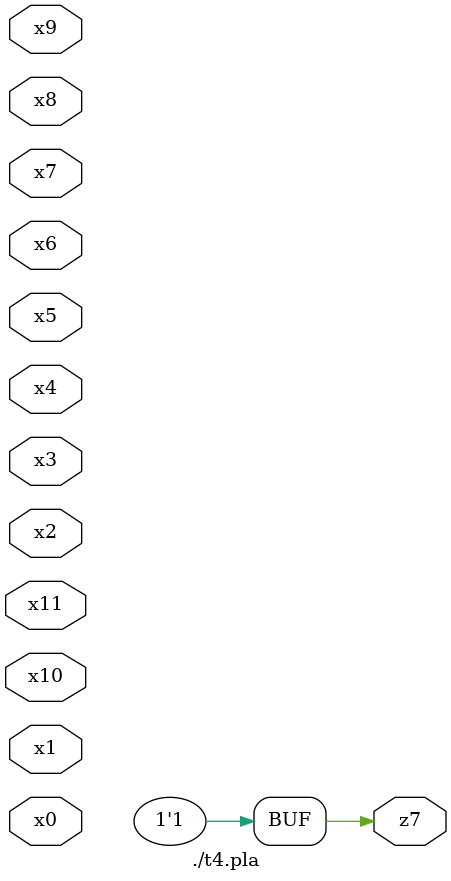
<source format=v>

module \./t4.pla  ( 
    x0, x1, x2, x3, x4, x5, x6, x7, x8, x9, x10, x11,
    z7  );
  input  x0, x1, x2, x3, x4, x5, x6, x7, x8, x9, x10, x11;
  output z7;
  assign z7 = 1'b1;
endmodule



</source>
